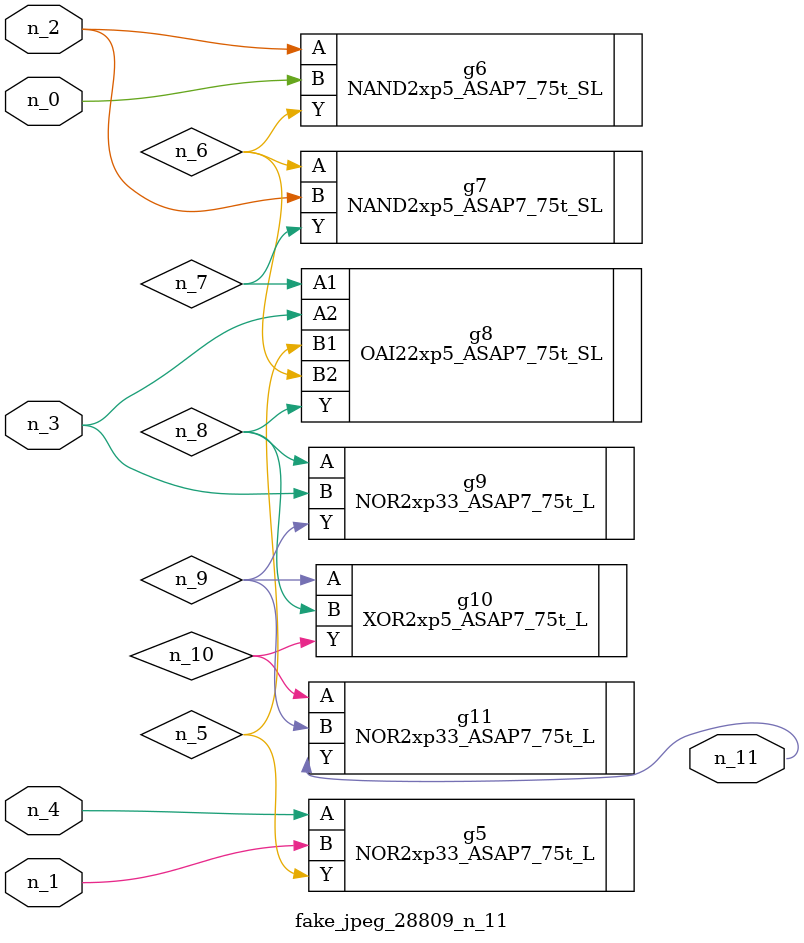
<source format=v>
module fake_jpeg_28809_n_11 (n_3, n_2, n_1, n_0, n_4, n_11);

input n_3;
input n_2;
input n_1;
input n_0;
input n_4;

output n_11;

wire n_10;
wire n_8;
wire n_9;
wire n_6;
wire n_5;
wire n_7;

NOR2xp33_ASAP7_75t_L g5 ( 
.A(n_4),
.B(n_1),
.Y(n_5)
);

NAND2xp5_ASAP7_75t_SL g6 ( 
.A(n_2),
.B(n_0),
.Y(n_6)
);

NAND2xp5_ASAP7_75t_SL g7 ( 
.A(n_6),
.B(n_2),
.Y(n_7)
);

OAI22xp5_ASAP7_75t_SL g8 ( 
.A1(n_7),
.A2(n_3),
.B1(n_5),
.B2(n_6),
.Y(n_8)
);

NOR2xp33_ASAP7_75t_L g9 ( 
.A(n_8),
.B(n_3),
.Y(n_9)
);

XOR2xp5_ASAP7_75t_L g10 ( 
.A(n_9),
.B(n_8),
.Y(n_10)
);

NOR2xp33_ASAP7_75t_L g11 ( 
.A(n_10),
.B(n_9),
.Y(n_11)
);


endmodule
</source>
